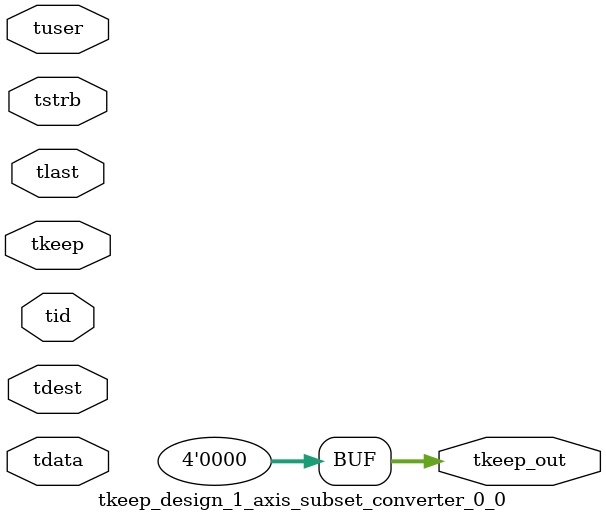
<source format=v>


`timescale 1ps/1ps

module tkeep_design_1_axis_subset_converter_0_0 #
(
parameter C_S_AXIS_TDATA_WIDTH = 32,
parameter C_S_AXIS_TUSER_WIDTH = 0,
parameter C_S_AXIS_TID_WIDTH   = 0,
parameter C_S_AXIS_TDEST_WIDTH = 0,
parameter C_M_AXIS_TDATA_WIDTH = 32
)
(
input  [(C_S_AXIS_TDATA_WIDTH == 0 ? 1 : C_S_AXIS_TDATA_WIDTH)-1:0     ] tdata,
input  [(C_S_AXIS_TUSER_WIDTH == 0 ? 1 : C_S_AXIS_TUSER_WIDTH)-1:0     ] tuser,
input  [(C_S_AXIS_TID_WIDTH   == 0 ? 1 : C_S_AXIS_TID_WIDTH)-1:0       ] tid,
input  [(C_S_AXIS_TDEST_WIDTH == 0 ? 1 : C_S_AXIS_TDEST_WIDTH)-1:0     ] tdest,
input  [(C_S_AXIS_TDATA_WIDTH/8)-1:0 ] tkeep,
input  [(C_S_AXIS_TDATA_WIDTH/8)-1:0 ] tstrb,
input                                                                    tlast,
output [(C_M_AXIS_TDATA_WIDTH/8)-1:0 ] tkeep_out
);

assign tkeep_out = {1'b0};

endmodule


</source>
